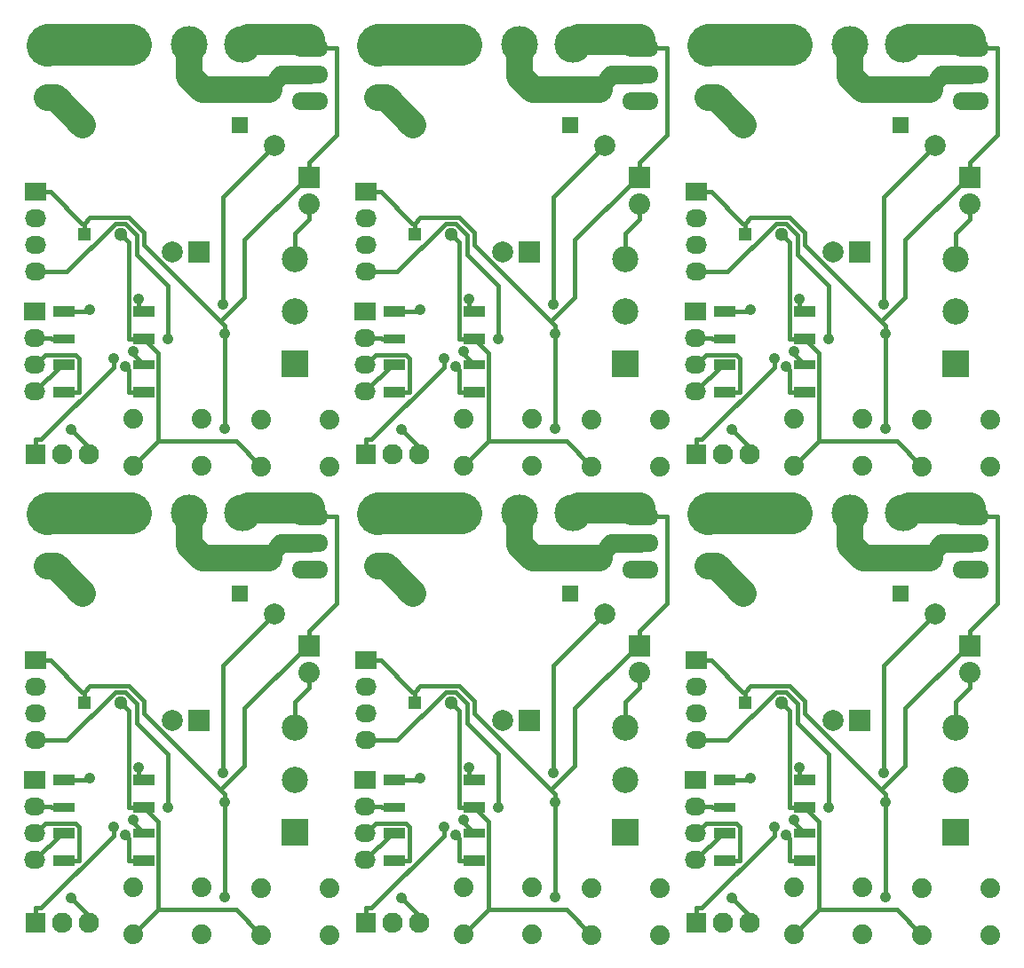
<source format=gtl>
G04 #@! TF.FileFunction,Copper,L1,Top,Signal*
%FSLAX46Y46*%
G04 Gerber Fmt 4.6, Leading zero omitted, Abs format (unit mm)*
G04 Created by KiCad (PCBNEW 4.0.1-2.201512121406+6195~38~ubuntu15.10.1-stable) date Monday, December 14, 2015 PM10:58:21 HKT*
%MOMM*%
G01*
G04 APERTURE LIST*
%ADD10C,0.100000*%
%ADD11C,1.998980*%
%ADD12R,2.032000X2.032000*%
%ADD13O,2.032000X2.032000*%
%ADD14O,3.500120X1.699260*%
%ADD15R,1.998980X0.899160*%
%ADD16R,1.998980X1.000760*%
%ADD17C,2.500000*%
%ADD18R,2.500000X2.500000*%
%ADD19R,1.930400X1.930400*%
%ADD20C,1.930400*%
%ADD21C,3.500120*%
%ADD22R,2.032000X1.727200*%
%ADD23O,2.032000X1.727200*%
%ADD24R,2.000000X2.000000*%
%ADD25C,2.000000*%
%ADD26C,1.300000*%
%ADD27R,1.300000X1.300000*%
%ADD28R,1.600000X1.600000*%
%ADD29C,1.600000*%
%ADD30C,1.879600*%
%ADD31C,1.066800*%
%ADD32C,0.431800*%
%ADD33C,3.000000*%
%ADD34C,2.500000*%
%ADD35C,1.750000*%
%ADD36C,4.000000*%
G04 APERTURE END LIST*
D10*
D11*
X87630000Y42418000D03*
X87630000Y32258000D03*
D12*
X90932000Y29210000D03*
D13*
X90932000Y26670000D03*
D14*
X91059000Y38989000D03*
X91059000Y41529000D03*
X91059000Y36449000D03*
D15*
X75173840Y11381740D03*
D16*
X75173840Y8732520D03*
X67574160Y8732520D03*
X67574160Y11333480D03*
D15*
X67574160Y13764260D03*
D16*
X67574160Y16413480D03*
X75173840Y16413480D03*
X75173840Y13812520D03*
D17*
X89611000Y21430000D03*
D18*
X89611000Y11430000D03*
D17*
X89611000Y16430000D03*
D11*
X65938000Y41818560D03*
X65938000Y36817300D03*
D19*
X64897000Y2794000D03*
D20*
X67437000Y2794000D03*
X69977000Y2794000D03*
D21*
X70358000Y41910000D03*
X84582000Y41910000D03*
X79502000Y41910000D03*
D22*
X64834000Y16383000D03*
D23*
X64834000Y13843000D03*
X64834000Y11303000D03*
X64834000Y8763000D03*
D22*
X64846000Y27838400D03*
D23*
X64846000Y25298400D03*
X64846000Y22758400D03*
X64846000Y20218400D03*
D24*
X80442000Y22072600D03*
D25*
X77902000Y22072600D03*
D26*
X72994000Y23749000D03*
D27*
X69494000Y23749000D03*
D28*
X84379000Y34239200D03*
D29*
X69379000Y34239200D03*
D30*
X74218800Y6197600D03*
X80721200Y6197600D03*
X74218800Y1676400D03*
X80721200Y1676400D03*
X86410800Y6134600D03*
X92913200Y6134600D03*
X86410800Y1613400D03*
X92913200Y1613400D03*
D21*
X73914000Y41910000D03*
D11*
X87630000Y87122000D03*
X87630000Y76962000D03*
D12*
X90932000Y73914000D03*
D13*
X90932000Y71374000D03*
D14*
X91059000Y83693000D03*
X91059000Y86233000D03*
X91059000Y81153000D03*
D15*
X75173840Y56085740D03*
D16*
X75173840Y53436520D03*
X67574160Y53436520D03*
X67574160Y56037480D03*
D15*
X67574160Y58468260D03*
D16*
X67574160Y61117480D03*
X75173840Y61117480D03*
X75173840Y58516520D03*
D17*
X89611000Y66134000D03*
D18*
X89611000Y56134000D03*
D17*
X89611000Y61134000D03*
D11*
X65938000Y86522560D03*
X65938000Y81521300D03*
D19*
X64897000Y47498000D03*
D20*
X67437000Y47498000D03*
X69977000Y47498000D03*
D21*
X70358000Y86614000D03*
X84582000Y86614000D03*
X79502000Y86614000D03*
D22*
X64834000Y61087000D03*
D23*
X64834000Y58547000D03*
X64834000Y56007000D03*
X64834000Y53467000D03*
D22*
X64846000Y72542400D03*
D23*
X64846000Y70002400D03*
X64846000Y67462400D03*
X64846000Y64922400D03*
D24*
X80442000Y66776600D03*
D25*
X77902000Y66776600D03*
D26*
X72994000Y68453000D03*
D27*
X69494000Y68453000D03*
D28*
X84379000Y78943200D03*
D29*
X69379000Y78943200D03*
D30*
X74218800Y50901600D03*
X80721200Y50901600D03*
X74218800Y46380400D03*
X80721200Y46380400D03*
X86410800Y50838600D03*
X92913200Y50838600D03*
X86410800Y46317400D03*
X92913200Y46317400D03*
D21*
X73914000Y86614000D03*
D11*
X56134000Y42418000D03*
X56134000Y32258000D03*
D12*
X59436000Y29210000D03*
D13*
X59436000Y26670000D03*
D14*
X59563000Y38989000D03*
X59563000Y41529000D03*
X59563000Y36449000D03*
D15*
X43677840Y11381740D03*
D16*
X43677840Y8732520D03*
X36078160Y8732520D03*
X36078160Y11333480D03*
D15*
X36078160Y13764260D03*
D16*
X36078160Y16413480D03*
X43677840Y16413480D03*
X43677840Y13812520D03*
D17*
X58115000Y21430000D03*
D18*
X58115000Y11430000D03*
D17*
X58115000Y16430000D03*
D11*
X34442000Y41818560D03*
X34442000Y36817300D03*
D19*
X33401000Y2794000D03*
D20*
X35941000Y2794000D03*
X38481000Y2794000D03*
D21*
X38862000Y41910000D03*
X53086000Y41910000D03*
X48006000Y41910000D03*
D22*
X33338000Y16383000D03*
D23*
X33338000Y13843000D03*
X33338000Y11303000D03*
X33338000Y8763000D03*
D22*
X33350000Y27838400D03*
D23*
X33350000Y25298400D03*
X33350000Y22758400D03*
X33350000Y20218400D03*
D24*
X48946000Y22072600D03*
D25*
X46406000Y22072600D03*
D26*
X41498000Y23749000D03*
D27*
X37998000Y23749000D03*
D28*
X52883000Y34239200D03*
D29*
X37883000Y34239200D03*
D30*
X42722800Y6197600D03*
X49225200Y6197600D03*
X42722800Y1676400D03*
X49225200Y1676400D03*
X54914800Y6134600D03*
X61417200Y6134600D03*
X54914800Y1613400D03*
X61417200Y1613400D03*
D21*
X42418000Y41910000D03*
D11*
X56134000Y87122000D03*
X56134000Y76962000D03*
D12*
X59436000Y73914000D03*
D13*
X59436000Y71374000D03*
D14*
X59563000Y83693000D03*
X59563000Y86233000D03*
X59563000Y81153000D03*
D15*
X43677840Y56085740D03*
D16*
X43677840Y53436520D03*
X36078160Y53436520D03*
X36078160Y56037480D03*
D15*
X36078160Y58468260D03*
D16*
X36078160Y61117480D03*
X43677840Y61117480D03*
X43677840Y58516520D03*
D17*
X58115000Y66134000D03*
D18*
X58115000Y56134000D03*
D17*
X58115000Y61134000D03*
D11*
X34442000Y86522560D03*
X34442000Y81521300D03*
D19*
X33401000Y47498000D03*
D20*
X35941000Y47498000D03*
X38481000Y47498000D03*
D21*
X38862000Y86614000D03*
X53086000Y86614000D03*
X48006000Y86614000D03*
D22*
X33338000Y61087000D03*
D23*
X33338000Y58547000D03*
X33338000Y56007000D03*
X33338000Y53467000D03*
D22*
X33350000Y72542400D03*
D23*
X33350000Y70002400D03*
X33350000Y67462400D03*
X33350000Y64922400D03*
D24*
X48946000Y66776600D03*
D25*
X46406000Y66776600D03*
D26*
X41498000Y68453000D03*
D27*
X37998000Y68453000D03*
D28*
X52883000Y78943200D03*
D29*
X37883000Y78943200D03*
D30*
X42722800Y50901600D03*
X49225200Y50901600D03*
X42722800Y46380400D03*
X49225200Y46380400D03*
X54914800Y50838600D03*
X61417200Y50838600D03*
X54914800Y46317400D03*
X61417200Y46317400D03*
D21*
X42418000Y86614000D03*
D11*
X24638000Y42418000D03*
X24638000Y32258000D03*
D12*
X27940000Y29210000D03*
D13*
X27940000Y26670000D03*
D14*
X28067000Y38989000D03*
X28067000Y41529000D03*
X28067000Y36449000D03*
D15*
X12181840Y11381740D03*
D16*
X12181840Y8732520D03*
X4582160Y8732520D03*
X4582160Y11333480D03*
D15*
X4582160Y13764260D03*
D16*
X4582160Y16413480D03*
X12181840Y16413480D03*
X12181840Y13812520D03*
D17*
X26619000Y21430000D03*
D18*
X26619000Y11430000D03*
D17*
X26619000Y16430000D03*
D11*
X2946000Y41818560D03*
X2946000Y36817300D03*
D19*
X1905000Y2794000D03*
D20*
X4445000Y2794000D03*
X6985000Y2794000D03*
D21*
X7366000Y41910000D03*
X21590000Y41910000D03*
X16510000Y41910000D03*
D22*
X1842000Y16383000D03*
D23*
X1842000Y13843000D03*
X1842000Y11303000D03*
X1842000Y8763000D03*
D22*
X1854000Y27838400D03*
D23*
X1854000Y25298400D03*
X1854000Y22758400D03*
X1854000Y20218400D03*
D24*
X17450000Y22072600D03*
D25*
X14910000Y22072600D03*
D26*
X10002000Y23749000D03*
D27*
X6502000Y23749000D03*
D28*
X21387000Y34239200D03*
D29*
X6387000Y34239200D03*
D30*
X11226800Y6197600D03*
X17729200Y6197600D03*
X11226800Y1676400D03*
X17729200Y1676400D03*
X23418800Y6134600D03*
X29921200Y6134600D03*
X23418800Y1613400D03*
X29921200Y1613400D03*
D21*
X10922000Y41910000D03*
X10922000Y86614000D03*
D30*
X23418800Y50838600D03*
X29921200Y50838600D03*
X23418800Y46317400D03*
X29921200Y46317400D03*
X11226800Y50901600D03*
X17729200Y50901600D03*
X11226800Y46380400D03*
X17729200Y46380400D03*
D28*
X21387000Y78943200D03*
D29*
X6387000Y78943200D03*
D26*
X10002000Y68453000D03*
D27*
X6502000Y68453000D03*
D24*
X17450000Y66776600D03*
D25*
X14910000Y66776600D03*
D22*
X1854000Y72542400D03*
D23*
X1854000Y70002400D03*
X1854000Y67462400D03*
X1854000Y64922400D03*
D22*
X1842000Y61087000D03*
D23*
X1842000Y58547000D03*
X1842000Y56007000D03*
X1842000Y53467000D03*
D21*
X16510000Y86614000D03*
X21590000Y86614000D03*
X7366000Y86614000D03*
D19*
X1905000Y47498000D03*
D20*
X4445000Y47498000D03*
X6985000Y47498000D03*
D11*
X2946000Y86522560D03*
X2946000Y81521300D03*
D17*
X26619000Y66134000D03*
D18*
X26619000Y56134000D03*
D17*
X26619000Y61134000D03*
D15*
X4582160Y58468260D03*
D16*
X4582160Y61117480D03*
X12181840Y61117480D03*
X12181840Y58516520D03*
D15*
X12181840Y56085740D03*
D16*
X12181840Y53436520D03*
X4582160Y53436520D03*
X4582160Y56037480D03*
D14*
X28067000Y83693000D03*
X28067000Y86233000D03*
X28067000Y81153000D03*
D12*
X27940000Y73914000D03*
D13*
X27940000Y71374000D03*
D11*
X24638000Y87122000D03*
X24638000Y76962000D03*
D31*
X82913900Y5228100D03*
X82913900Y14322800D03*
X82913900Y49932100D03*
X82913900Y59026800D03*
X51417900Y5228100D03*
X51417900Y14322800D03*
X51417900Y49932100D03*
X51417900Y59026800D03*
X19921900Y5228100D03*
X19921900Y14322800D03*
X19921900Y59026800D03*
X19921900Y49932100D03*
X68243200Y5187700D03*
X68243200Y49891700D03*
X36747200Y5187700D03*
X36747200Y49891700D03*
X5251200Y5187700D03*
X5251200Y49891700D03*
X82706000Y17118200D03*
X82706000Y61822200D03*
X51210000Y17118200D03*
X51210000Y61822200D03*
X19714000Y17118200D03*
X19714000Y61822200D03*
X72309900Y11913800D03*
X72309900Y56617800D03*
X40813900Y11913800D03*
X40813900Y56617800D03*
X9317900Y11913800D03*
X9317900Y56617800D03*
X74215300Y12598600D03*
X74215300Y57302600D03*
X42719300Y12598600D03*
X42719300Y57302600D03*
X11223300Y12598600D03*
X11223300Y57302600D03*
X74709300Y17641300D03*
X74709300Y62345300D03*
X43213300Y17641300D03*
X43213300Y62345300D03*
X11717300Y17641300D03*
X11717300Y62345300D03*
X77471600Y13777200D03*
X77471600Y58481200D03*
X45975600Y13777200D03*
X45975600Y58481200D03*
X14479600Y13777200D03*
X14479600Y58481200D03*
X70035100Y16583200D03*
X70035100Y61287200D03*
X38539100Y16583200D03*
X38539100Y61287200D03*
X7043100Y16583200D03*
X7043100Y61287200D03*
X73404600Y11172600D03*
X73404600Y55876600D03*
X41908600Y11172600D03*
X41908600Y55876600D03*
X10412600Y11172600D03*
X10412600Y55876600D03*
D32*
X89611000Y21430000D02*
X89611000Y23901200D01*
X89611000Y23901200D02*
X90932000Y25222200D01*
X76569000Y4026600D02*
X74218800Y1676400D01*
X75173800Y13812500D02*
X76569000Y12417300D01*
X76569000Y12417300D02*
X76569000Y4026600D01*
X76569000Y4026600D02*
X83997600Y4026600D01*
X83997600Y4026600D02*
X86410800Y1613400D01*
X75066900Y13812500D02*
X75173800Y13812500D01*
X75066900Y13812500D02*
X73742500Y13812500D01*
X73742500Y13812500D02*
X73742500Y23000500D01*
X73742500Y23000500D02*
X72994000Y23749000D01*
X90932000Y26670000D02*
X90932000Y25222200D01*
X89611000Y66134000D02*
X89611000Y68605200D01*
X89611000Y68605200D02*
X90932000Y69926200D01*
X76569000Y48730600D02*
X74218800Y46380400D01*
X75173800Y58516500D02*
X76569000Y57121300D01*
X76569000Y57121300D02*
X76569000Y48730600D01*
X76569000Y48730600D02*
X83997600Y48730600D01*
X83997600Y48730600D02*
X86410800Y46317400D01*
X75066900Y58516500D02*
X75173800Y58516500D01*
X75066900Y58516500D02*
X73742500Y58516500D01*
X73742500Y58516500D02*
X73742500Y67704500D01*
X73742500Y67704500D02*
X72994000Y68453000D01*
X90932000Y71374000D02*
X90932000Y69926200D01*
X58115000Y21430000D02*
X58115000Y23901200D01*
X58115000Y23901200D02*
X59436000Y25222200D01*
X45073000Y4026600D02*
X42722800Y1676400D01*
X43677800Y13812500D02*
X45073000Y12417300D01*
X45073000Y12417300D02*
X45073000Y4026600D01*
X45073000Y4026600D02*
X52501600Y4026600D01*
X52501600Y4026600D02*
X54914800Y1613400D01*
X43570900Y13812500D02*
X43677800Y13812500D01*
X43570900Y13812500D02*
X42246500Y13812500D01*
X42246500Y13812500D02*
X42246500Y23000500D01*
X42246500Y23000500D02*
X41498000Y23749000D01*
X59436000Y26670000D02*
X59436000Y25222200D01*
X58115000Y66134000D02*
X58115000Y68605200D01*
X58115000Y68605200D02*
X59436000Y69926200D01*
X45073000Y48730600D02*
X42722800Y46380400D01*
X43677800Y58516500D02*
X45073000Y57121300D01*
X45073000Y57121300D02*
X45073000Y48730600D01*
X45073000Y48730600D02*
X52501600Y48730600D01*
X52501600Y48730600D02*
X54914800Y46317400D01*
X43570900Y58516500D02*
X43677800Y58516500D01*
X43570900Y58516500D02*
X42246500Y58516500D01*
X42246500Y58516500D02*
X42246500Y67704500D01*
X42246500Y67704500D02*
X41498000Y68453000D01*
X59436000Y71374000D02*
X59436000Y69926200D01*
X26619000Y21430000D02*
X26619000Y23901200D01*
X26619000Y23901200D02*
X27940000Y25222200D01*
X13577000Y4026600D02*
X11226800Y1676400D01*
X12181800Y13812500D02*
X13577000Y12417300D01*
X13577000Y12417300D02*
X13577000Y4026600D01*
X13577000Y4026600D02*
X21005600Y4026600D01*
X21005600Y4026600D02*
X23418800Y1613400D01*
X12074900Y13812500D02*
X12181800Y13812500D01*
X12074900Y13812500D02*
X10750500Y13812500D01*
X10750500Y13812500D02*
X10750500Y23000500D01*
X10750500Y23000500D02*
X10002000Y23749000D01*
X27940000Y26670000D02*
X27940000Y25222200D01*
X27940000Y71374000D02*
X27940000Y69926200D01*
X10750500Y67704500D02*
X10002000Y68453000D01*
X10750500Y58516500D02*
X10750500Y67704500D01*
X12074900Y58516500D02*
X10750500Y58516500D01*
X12074900Y58516500D02*
X12181800Y58516500D01*
X21005600Y48730600D02*
X23418800Y46317400D01*
X13577000Y48730600D02*
X21005600Y48730600D01*
X13577000Y57121300D02*
X13577000Y48730600D01*
X12181800Y58516500D02*
X13577000Y57121300D01*
X13577000Y48730600D02*
X11226800Y46380400D01*
X26619000Y68605200D02*
X27940000Y69926200D01*
X26619000Y66134000D02*
X26619000Y68605200D01*
X82480700Y15511100D02*
X75204800Y22787000D01*
X75204800Y22787000D02*
X75204800Y23944200D01*
X75204800Y23944200D02*
X73733600Y25415400D01*
X73733600Y25415400D02*
X70078600Y25415400D01*
X70078600Y25415400D02*
X69494000Y24830800D01*
X82913900Y14322800D02*
X82913900Y15077900D01*
X82913900Y15077900D02*
X82480700Y15511100D01*
X90932000Y29401800D02*
X84781800Y23251600D01*
X84781800Y23251600D02*
X84781800Y17812200D01*
X84781800Y17812200D02*
X82480700Y15511100D01*
X90932000Y29401800D02*
X90932000Y30657800D01*
X90932000Y29210000D02*
X90932000Y29401800D01*
X91119000Y41529000D02*
X91178700Y41529000D01*
X91178700Y41529000D02*
X93599000Y41529000D01*
X93599000Y41529000D02*
X93599000Y33274000D01*
X93599000Y33274000D02*
X90932000Y30657800D01*
X91119000Y41529000D02*
X91179000Y41529000D01*
X91059000Y41529000D02*
X91119000Y41529000D01*
X82913900Y14322800D02*
X82913900Y5228100D01*
X69494000Y23749000D02*
X69494000Y24830800D01*
X64846000Y27838400D02*
X66293800Y27838400D01*
X66293800Y27838400D02*
X69301400Y24830800D01*
X69301400Y24830800D02*
X69494000Y24830800D01*
D33*
X87630000Y42418000D02*
X90932000Y42418000D01*
X85090000Y42418000D02*
X87630000Y42418000D01*
D32*
X84582000Y41910000D02*
X85600000Y40892000D01*
X82480700Y60215100D02*
X75204800Y67491000D01*
X75204800Y67491000D02*
X75204800Y68648200D01*
X75204800Y68648200D02*
X73733600Y70119400D01*
X73733600Y70119400D02*
X70078600Y70119400D01*
X70078600Y70119400D02*
X69494000Y69534800D01*
X82913900Y59026800D02*
X82913900Y59781900D01*
X82913900Y59781900D02*
X82480700Y60215100D01*
X90932000Y74105800D02*
X84781800Y67955600D01*
X84781800Y67955600D02*
X84781800Y62516200D01*
X84781800Y62516200D02*
X82480700Y60215100D01*
X90932000Y74105800D02*
X90932000Y75361800D01*
X90932000Y73914000D02*
X90932000Y74105800D01*
X91119000Y86233000D02*
X91178700Y86233000D01*
X91178700Y86233000D02*
X93599000Y86233000D01*
X93599000Y86233000D02*
X93599000Y77978000D01*
X93599000Y77978000D02*
X90932000Y75361800D01*
X91119000Y86233000D02*
X91179000Y86233000D01*
X91059000Y86233000D02*
X91119000Y86233000D01*
X82913900Y59026800D02*
X82913900Y49932100D01*
X69494000Y68453000D02*
X69494000Y69534800D01*
X64846000Y72542400D02*
X66293800Y72542400D01*
X66293800Y72542400D02*
X69301400Y69534800D01*
X69301400Y69534800D02*
X69494000Y69534800D01*
D33*
X87630000Y87122000D02*
X90932000Y87122000D01*
X85090000Y87122000D02*
X87630000Y87122000D01*
D32*
X84582000Y86614000D02*
X85600000Y85596000D01*
X50984700Y15511100D02*
X43708800Y22787000D01*
X43708800Y22787000D02*
X43708800Y23944200D01*
X43708800Y23944200D02*
X42237600Y25415400D01*
X42237600Y25415400D02*
X38582600Y25415400D01*
X38582600Y25415400D02*
X37998000Y24830800D01*
X51417900Y14322800D02*
X51417900Y15077900D01*
X51417900Y15077900D02*
X50984700Y15511100D01*
X59436000Y29401800D02*
X53285800Y23251600D01*
X53285800Y23251600D02*
X53285800Y17812200D01*
X53285800Y17812200D02*
X50984700Y15511100D01*
X59436000Y29401800D02*
X59436000Y30657800D01*
X59436000Y29210000D02*
X59436000Y29401800D01*
X59623000Y41529000D02*
X59682700Y41529000D01*
X59682700Y41529000D02*
X62103000Y41529000D01*
X62103000Y41529000D02*
X62103000Y33274000D01*
X62103000Y33274000D02*
X59436000Y30657800D01*
X59623000Y41529000D02*
X59683000Y41529000D01*
X59563000Y41529000D02*
X59623000Y41529000D01*
X51417900Y14322800D02*
X51417900Y5228100D01*
X37998000Y23749000D02*
X37998000Y24830800D01*
X33350000Y27838400D02*
X34797800Y27838400D01*
X34797800Y27838400D02*
X37805400Y24830800D01*
X37805400Y24830800D02*
X37998000Y24830800D01*
D33*
X56134000Y42418000D02*
X59436000Y42418000D01*
X53594000Y42418000D02*
X56134000Y42418000D01*
D32*
X53086000Y41910000D02*
X54104000Y40892000D01*
X50984700Y60215100D02*
X43708800Y67491000D01*
X43708800Y67491000D02*
X43708800Y68648200D01*
X43708800Y68648200D02*
X42237600Y70119400D01*
X42237600Y70119400D02*
X38582600Y70119400D01*
X38582600Y70119400D02*
X37998000Y69534800D01*
X51417900Y59026800D02*
X51417900Y59781900D01*
X51417900Y59781900D02*
X50984700Y60215100D01*
X59436000Y74105800D02*
X53285800Y67955600D01*
X53285800Y67955600D02*
X53285800Y62516200D01*
X53285800Y62516200D02*
X50984700Y60215100D01*
X59436000Y74105800D02*
X59436000Y75361800D01*
X59436000Y73914000D02*
X59436000Y74105800D01*
X59623000Y86233000D02*
X59682700Y86233000D01*
X59682700Y86233000D02*
X62103000Y86233000D01*
X62103000Y86233000D02*
X62103000Y77978000D01*
X62103000Y77978000D02*
X59436000Y75361800D01*
X59623000Y86233000D02*
X59683000Y86233000D01*
X59563000Y86233000D02*
X59623000Y86233000D01*
X51417900Y59026800D02*
X51417900Y49932100D01*
X37998000Y68453000D02*
X37998000Y69534800D01*
X33350000Y72542400D02*
X34797800Y72542400D01*
X34797800Y72542400D02*
X37805400Y69534800D01*
X37805400Y69534800D02*
X37998000Y69534800D01*
D33*
X56134000Y87122000D02*
X59436000Y87122000D01*
X53594000Y87122000D02*
X56134000Y87122000D01*
D32*
X53086000Y86614000D02*
X54104000Y85596000D01*
X19488700Y15511100D02*
X12212800Y22787000D01*
X12212800Y22787000D02*
X12212800Y23944200D01*
X12212800Y23944200D02*
X10741600Y25415400D01*
X10741600Y25415400D02*
X7086600Y25415400D01*
X7086600Y25415400D02*
X6502000Y24830800D01*
X19921900Y14322800D02*
X19921900Y15077900D01*
X19921900Y15077900D02*
X19488700Y15511100D01*
X27940000Y29401800D02*
X21789800Y23251600D01*
X21789800Y23251600D02*
X21789800Y17812200D01*
X21789800Y17812200D02*
X19488700Y15511100D01*
X27940000Y29401800D02*
X27940000Y30657800D01*
X27940000Y29210000D02*
X27940000Y29401800D01*
X28127000Y41529000D02*
X28186700Y41529000D01*
X28186700Y41529000D02*
X30607000Y41529000D01*
X30607000Y41529000D02*
X30607000Y33274000D01*
X30607000Y33274000D02*
X27940000Y30657800D01*
X28127000Y41529000D02*
X28187000Y41529000D01*
X28067000Y41529000D02*
X28127000Y41529000D01*
X19921900Y14322800D02*
X19921900Y5228100D01*
X6502000Y23749000D02*
X6502000Y24830800D01*
X1854000Y27838400D02*
X3301800Y27838400D01*
X3301800Y27838400D02*
X6309400Y24830800D01*
X6309400Y24830800D02*
X6502000Y24830800D01*
D33*
X24638000Y42418000D02*
X27940000Y42418000D01*
X22098000Y42418000D02*
X24638000Y42418000D01*
D32*
X21590000Y41910000D02*
X22608000Y40892000D01*
X21590000Y86614000D02*
X22608000Y85596000D01*
D33*
X22098000Y87122000D02*
X24638000Y87122000D01*
X24638000Y87122000D02*
X27940000Y87122000D01*
D32*
X6309400Y69534800D02*
X6502000Y69534800D01*
X3301800Y72542400D02*
X6309400Y69534800D01*
X1854000Y72542400D02*
X3301800Y72542400D01*
X6502000Y68453000D02*
X6502000Y69534800D01*
X19921900Y59026800D02*
X19921900Y49932100D01*
X28067000Y86233000D02*
X28127000Y86233000D01*
X28127000Y86233000D02*
X28187000Y86233000D01*
X30607000Y77978000D02*
X27940000Y75361800D01*
X30607000Y86233000D02*
X30607000Y77978000D01*
X28186700Y86233000D02*
X30607000Y86233000D01*
X28127000Y86233000D02*
X28186700Y86233000D01*
X27940000Y73914000D02*
X27940000Y74105800D01*
X27940000Y74105800D02*
X27940000Y75361800D01*
X21789800Y62516200D02*
X19488700Y60215100D01*
X21789800Y67955600D02*
X21789800Y62516200D01*
X27940000Y74105800D02*
X21789800Y67955600D01*
X19921900Y59781900D02*
X19488700Y60215100D01*
X19921900Y59026800D02*
X19921900Y59781900D01*
X7086600Y70119400D02*
X6502000Y69534800D01*
X10741600Y70119400D02*
X7086600Y70119400D01*
X12212800Y68648200D02*
X10741600Y70119400D01*
X12212800Y67491000D02*
X12212800Y68648200D01*
X19488700Y60215100D02*
X12212800Y67491000D01*
X68243200Y5187700D02*
X69977000Y3453900D01*
X69977000Y3453900D02*
X69977000Y2794000D01*
X68243200Y49891700D02*
X69977000Y48157900D01*
X69977000Y48157900D02*
X69977000Y47498000D01*
X36747200Y5187700D02*
X38481000Y3453900D01*
X38481000Y3453900D02*
X38481000Y2794000D01*
X36747200Y49891700D02*
X38481000Y48157900D01*
X38481000Y48157900D02*
X38481000Y47498000D01*
X5251200Y5187700D02*
X6985000Y3453900D01*
X6985000Y3453900D02*
X6985000Y2794000D01*
X6985000Y48157900D02*
X6985000Y47498000D01*
X5251200Y49891700D02*
X6985000Y48157900D01*
D34*
X65938000Y36817300D02*
X66801000Y36817300D01*
X66801000Y36817300D02*
X69379000Y34239200D01*
X65938000Y81521300D02*
X66801000Y81521300D01*
X66801000Y81521300D02*
X69379000Y78943200D01*
X34442000Y36817300D02*
X35305000Y36817300D01*
X35305000Y36817300D02*
X37883000Y34239200D01*
X34442000Y81521300D02*
X35305000Y81521300D01*
X35305000Y81521300D02*
X37883000Y78943200D01*
X2946000Y36817300D02*
X3809000Y36817300D01*
X3809000Y36817300D02*
X6387000Y34239200D01*
X3809000Y81521300D02*
X6387000Y78943200D01*
X2946000Y81521300D02*
X3809000Y81521300D01*
D32*
X87630000Y32258000D02*
X82706000Y27334000D01*
X82706000Y27334000D02*
X82706000Y17118200D01*
X87630000Y76962000D02*
X82706000Y72038000D01*
X82706000Y72038000D02*
X82706000Y61822200D01*
X56134000Y32258000D02*
X51210000Y27334000D01*
X51210000Y27334000D02*
X51210000Y17118200D01*
X56134000Y76962000D02*
X51210000Y72038000D01*
X51210000Y72038000D02*
X51210000Y61822200D01*
X24638000Y32258000D02*
X19714000Y27334000D01*
X19714000Y27334000D02*
X19714000Y17118200D01*
X19714000Y72038000D02*
X19714000Y61822200D01*
X24638000Y76962000D02*
X19714000Y72038000D01*
X64897000Y2794000D02*
X64897000Y4191000D01*
X64897000Y4191000D02*
X65416000Y4191000D01*
X65416000Y4191000D02*
X72309900Y11084900D01*
X72309900Y11084900D02*
X72309900Y11913800D01*
X64897000Y47498000D02*
X64897000Y48895000D01*
X64897000Y48895000D02*
X65416000Y48895000D01*
X65416000Y48895000D02*
X72309900Y55788900D01*
X72309900Y55788900D02*
X72309900Y56617800D01*
X33401000Y2794000D02*
X33401000Y4191000D01*
X33401000Y4191000D02*
X33920000Y4191000D01*
X33920000Y4191000D02*
X40813900Y11084900D01*
X40813900Y11084900D02*
X40813900Y11913800D01*
X33401000Y47498000D02*
X33401000Y48895000D01*
X33401000Y48895000D02*
X33920000Y48895000D01*
X33920000Y48895000D02*
X40813900Y55788900D01*
X40813900Y55788900D02*
X40813900Y56617800D01*
X1905000Y2794000D02*
X1905000Y4191000D01*
X1905000Y4191000D02*
X2424000Y4191000D01*
X2424000Y4191000D02*
X9317900Y11084900D01*
X9317900Y11084900D02*
X9317900Y11913800D01*
X9317900Y55788900D02*
X9317900Y56617800D01*
X2424000Y48895000D02*
X9317900Y55788900D01*
X1905000Y48895000D02*
X2424000Y48895000D01*
X1905000Y47498000D02*
X1905000Y48895000D01*
X75173800Y11381700D02*
X74215300Y12340200D01*
X74215300Y12340200D02*
X74215300Y12598600D01*
X75173800Y56085700D02*
X74215300Y57044200D01*
X74215300Y57044200D02*
X74215300Y57302600D01*
X43677800Y11381700D02*
X42719300Y12340200D01*
X42719300Y12340200D02*
X42719300Y12598600D01*
X43677800Y56085700D02*
X42719300Y57044200D01*
X42719300Y57044200D02*
X42719300Y57302600D01*
X12181800Y11381700D02*
X11223300Y12340200D01*
X11223300Y12340200D02*
X11223300Y12598600D01*
X11223300Y57044200D02*
X11223300Y57302600D01*
X12181800Y56085700D02*
X11223300Y57044200D01*
X75173800Y16413500D02*
X74709300Y16878000D01*
X74709300Y16878000D02*
X74709300Y17641300D01*
X75173800Y61117500D02*
X74709300Y61582000D01*
X74709300Y61582000D02*
X74709300Y62345300D01*
X43677800Y16413500D02*
X43213300Y16878000D01*
X43213300Y16878000D02*
X43213300Y17641300D01*
X43677800Y61117500D02*
X43213300Y61582000D01*
X43213300Y61582000D02*
X43213300Y62345300D01*
X12181800Y16413500D02*
X11717300Y16878000D01*
X11717300Y16878000D02*
X11717300Y17641300D01*
X11717300Y61582000D02*
X11717300Y62345300D01*
X12181800Y61117500D02*
X11717300Y61582000D01*
X64846000Y20218400D02*
X67879300Y20218400D01*
X67879300Y20218400D02*
X72462900Y24802000D01*
X72462900Y24802000D02*
X73470200Y24802000D01*
X73470200Y24802000D02*
X74537400Y23734800D01*
X74537400Y23734800D02*
X74537400Y21810900D01*
X74537400Y21810900D02*
X77471600Y18876700D01*
X77471600Y18876700D02*
X77471600Y13777200D01*
X64846000Y64922400D02*
X67879300Y64922400D01*
X67879300Y64922400D02*
X72462900Y69506000D01*
X72462900Y69506000D02*
X73470200Y69506000D01*
X73470200Y69506000D02*
X74537400Y68438800D01*
X74537400Y68438800D02*
X74537400Y66514900D01*
X74537400Y66514900D02*
X77471600Y63580700D01*
X77471600Y63580700D02*
X77471600Y58481200D01*
X33350000Y20218400D02*
X36383300Y20218400D01*
X36383300Y20218400D02*
X40966900Y24802000D01*
X40966900Y24802000D02*
X41974200Y24802000D01*
X41974200Y24802000D02*
X43041400Y23734800D01*
X43041400Y23734800D02*
X43041400Y21810900D01*
X43041400Y21810900D02*
X45975600Y18876700D01*
X45975600Y18876700D02*
X45975600Y13777200D01*
X33350000Y64922400D02*
X36383300Y64922400D01*
X36383300Y64922400D02*
X40966900Y69506000D01*
X40966900Y69506000D02*
X41974200Y69506000D01*
X41974200Y69506000D02*
X43041400Y68438800D01*
X43041400Y68438800D02*
X43041400Y66514900D01*
X43041400Y66514900D02*
X45975600Y63580700D01*
X45975600Y63580700D02*
X45975600Y58481200D01*
X1854000Y20218400D02*
X4887300Y20218400D01*
X4887300Y20218400D02*
X9470900Y24802000D01*
X9470900Y24802000D02*
X10478200Y24802000D01*
X10478200Y24802000D02*
X11545400Y23734800D01*
X11545400Y23734800D02*
X11545400Y21810900D01*
X11545400Y21810900D02*
X14479600Y18876700D01*
X14479600Y18876700D02*
X14479600Y13777200D01*
X14479600Y63580700D02*
X14479600Y58481200D01*
X11545400Y66514900D02*
X14479600Y63580700D01*
X11545400Y68438800D02*
X11545400Y66514900D01*
X10478200Y69506000D02*
X11545400Y68438800D01*
X9470900Y69506000D02*
X10478200Y69506000D01*
X4887300Y64922400D02*
X9470900Y69506000D01*
X1854000Y64922400D02*
X4887300Y64922400D01*
X64834000Y13843000D02*
X66281800Y13843000D01*
X67574200Y13764300D02*
X66360500Y13764300D01*
X66360500Y13764300D02*
X66281800Y13843000D01*
X64834000Y58547000D02*
X66281800Y58547000D01*
X67574200Y58468300D02*
X66360500Y58468300D01*
X66360500Y58468300D02*
X66281800Y58547000D01*
X33338000Y13843000D02*
X34785800Y13843000D01*
X36078200Y13764300D02*
X34864500Y13764300D01*
X34864500Y13764300D02*
X34785800Y13843000D01*
X33338000Y58547000D02*
X34785800Y58547000D01*
X36078200Y58468300D02*
X34864500Y58468300D01*
X34864500Y58468300D02*
X34785800Y58547000D01*
X1842000Y13843000D02*
X3289800Y13843000D01*
X4582200Y13764300D02*
X3368500Y13764300D01*
X3368500Y13764300D02*
X3289800Y13843000D01*
X3368500Y58468300D02*
X3289800Y58547000D01*
X4582200Y58468300D02*
X3368500Y58468300D01*
X1842000Y58547000D02*
X3289800Y58547000D01*
X67574200Y8732500D02*
X69005500Y8732500D01*
X69005500Y8732500D02*
X69005500Y11965500D01*
X69005500Y11965500D02*
X68721500Y12249500D01*
X68721500Y12249500D02*
X65780500Y12249500D01*
X65780500Y12249500D02*
X64834000Y11303000D01*
X67574200Y53436500D02*
X69005500Y53436500D01*
X69005500Y53436500D02*
X69005500Y56669500D01*
X69005500Y56669500D02*
X68721500Y56953500D01*
X68721500Y56953500D02*
X65780500Y56953500D01*
X65780500Y56953500D02*
X64834000Y56007000D01*
X36078200Y8732500D02*
X37509500Y8732500D01*
X37509500Y8732500D02*
X37509500Y11965500D01*
X37509500Y11965500D02*
X37225500Y12249500D01*
X37225500Y12249500D02*
X34284500Y12249500D01*
X34284500Y12249500D02*
X33338000Y11303000D01*
X36078200Y53436500D02*
X37509500Y53436500D01*
X37509500Y53436500D02*
X37509500Y56669500D01*
X37509500Y56669500D02*
X37225500Y56953500D01*
X37225500Y56953500D02*
X34284500Y56953500D01*
X34284500Y56953500D02*
X33338000Y56007000D01*
X4582200Y8732500D02*
X6013500Y8732500D01*
X6013500Y8732500D02*
X6013500Y11965500D01*
X6013500Y11965500D02*
X5729500Y12249500D01*
X5729500Y12249500D02*
X2788500Y12249500D01*
X2788500Y12249500D02*
X1842000Y11303000D01*
X2788500Y56953500D02*
X1842000Y56007000D01*
X5729500Y56953500D02*
X2788500Y56953500D01*
X6013500Y56669500D02*
X5729500Y56953500D01*
X6013500Y53436500D02*
X6013500Y56669500D01*
X4582200Y53436500D02*
X6013500Y53436500D01*
X67574200Y11333500D02*
X67404500Y11333500D01*
X67404500Y11333500D02*
X64834000Y8763000D01*
X67574200Y56037500D02*
X67404500Y56037500D01*
X67404500Y56037500D02*
X64834000Y53467000D01*
X36078200Y11333500D02*
X35908500Y11333500D01*
X35908500Y11333500D02*
X33338000Y8763000D01*
X36078200Y56037500D02*
X35908500Y56037500D01*
X35908500Y56037500D02*
X33338000Y53467000D01*
X4582200Y11333500D02*
X4412500Y11333500D01*
X4412500Y11333500D02*
X1842000Y8763000D01*
X4412500Y56037500D02*
X1842000Y53467000D01*
X4582200Y56037500D02*
X4412500Y56037500D01*
D34*
X79502000Y41910000D02*
X79502000Y38862000D01*
X79502000Y38862000D02*
X80772000Y37592000D01*
X80772000Y37592000D02*
X87122000Y37592000D01*
D35*
X91059000Y38989000D02*
X88265000Y38989000D01*
X88265000Y38989000D02*
X87884000Y38608000D01*
D34*
X79502000Y86614000D02*
X79502000Y83566000D01*
X79502000Y83566000D02*
X80772000Y82296000D01*
X80772000Y82296000D02*
X87122000Y82296000D01*
D35*
X91059000Y83693000D02*
X88265000Y83693000D01*
X88265000Y83693000D02*
X87884000Y83312000D01*
D34*
X48006000Y41910000D02*
X48006000Y38862000D01*
X48006000Y38862000D02*
X49276000Y37592000D01*
X49276000Y37592000D02*
X55626000Y37592000D01*
D35*
X59563000Y38989000D02*
X56769000Y38989000D01*
X56769000Y38989000D02*
X56388000Y38608000D01*
D34*
X48006000Y86614000D02*
X48006000Y83566000D01*
X48006000Y83566000D02*
X49276000Y82296000D01*
X49276000Y82296000D02*
X55626000Y82296000D01*
D35*
X59563000Y83693000D02*
X56769000Y83693000D01*
X56769000Y83693000D02*
X56388000Y83312000D01*
D34*
X16510000Y41910000D02*
X16510000Y38862000D01*
X16510000Y38862000D02*
X17780000Y37592000D01*
X17780000Y37592000D02*
X24130000Y37592000D01*
D35*
X28067000Y38989000D02*
X25273000Y38989000D01*
X25273000Y38989000D02*
X24892000Y38608000D01*
X25273000Y83693000D02*
X24892000Y83312000D01*
X28067000Y83693000D02*
X25273000Y83693000D01*
D34*
X17780000Y82296000D02*
X24130000Y82296000D01*
X16510000Y83566000D02*
X17780000Y82296000D01*
X16510000Y86614000D02*
X16510000Y83566000D01*
D36*
X70358000Y41910000D02*
X66029000Y41910000D01*
X66029000Y41910000D02*
X65938000Y41818600D01*
X73914000Y41910000D02*
X70358000Y41910000D01*
X70358000Y86614000D02*
X66029000Y86614000D01*
X66029000Y86614000D02*
X65938000Y86522600D01*
X73914000Y86614000D02*
X70358000Y86614000D01*
X38862000Y41910000D02*
X34533000Y41910000D01*
X34533000Y41910000D02*
X34442000Y41818600D01*
X42418000Y41910000D02*
X38862000Y41910000D01*
X38862000Y86614000D02*
X34533000Y86614000D01*
X34533000Y86614000D02*
X34442000Y86522600D01*
X42418000Y86614000D02*
X38862000Y86614000D01*
X7366000Y41910000D02*
X3037000Y41910000D01*
X3037000Y41910000D02*
X2946000Y41818600D01*
X10922000Y41910000D02*
X7366000Y41910000D01*
X10922000Y86614000D02*
X7366000Y86614000D01*
X3037000Y86614000D02*
X2946000Y86522600D01*
X7366000Y86614000D02*
X3037000Y86614000D01*
D32*
X67574200Y16413500D02*
X69865400Y16413500D01*
X69865400Y16413500D02*
X70035100Y16583200D01*
X67574200Y61117500D02*
X69865400Y61117500D01*
X69865400Y61117500D02*
X70035100Y61287200D01*
X36078200Y16413500D02*
X38369400Y16413500D01*
X38369400Y16413500D02*
X38539100Y16583200D01*
X36078200Y61117500D02*
X38369400Y61117500D01*
X38369400Y61117500D02*
X38539100Y61287200D01*
X4582200Y16413500D02*
X6873400Y16413500D01*
X6873400Y16413500D02*
X7043100Y16583200D01*
X6873400Y61117500D02*
X7043100Y61287200D01*
X4582200Y61117500D02*
X6873400Y61117500D01*
X75173800Y8732500D02*
X73742500Y8732500D01*
X73742500Y8732500D02*
X73742500Y10834700D01*
X73742500Y10834700D02*
X73404600Y11172600D01*
X75173800Y53436500D02*
X73742500Y53436500D01*
X73742500Y53436500D02*
X73742500Y55538700D01*
X73742500Y55538700D02*
X73404600Y55876600D01*
X43677800Y8732500D02*
X42246500Y8732500D01*
X42246500Y8732500D02*
X42246500Y10834700D01*
X42246500Y10834700D02*
X41908600Y11172600D01*
X43677800Y53436500D02*
X42246500Y53436500D01*
X42246500Y53436500D02*
X42246500Y55538700D01*
X42246500Y55538700D02*
X41908600Y55876600D01*
X12181800Y8732500D02*
X10750500Y8732500D01*
X10750500Y8732500D02*
X10750500Y10834700D01*
X10750500Y10834700D02*
X10412600Y11172600D01*
X10750500Y55538700D02*
X10412600Y55876600D01*
X10750500Y53436500D02*
X10750500Y55538700D01*
X12181800Y53436500D02*
X10750500Y53436500D01*
M02*

</source>
